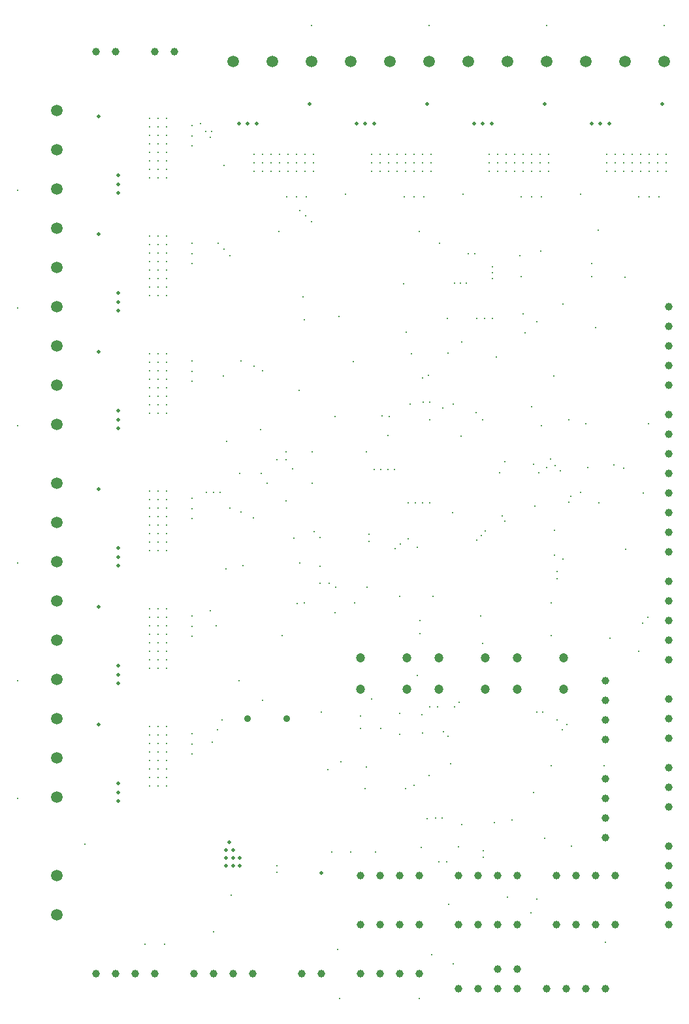
<source format=gbr>
%TF.GenerationSoftware,Altium Limited,Altium Designer,21.2.1 (34)*%
G04 Layer_Color=0*
%FSLAX25Y25*%
%MOIN*%
%TF.SameCoordinates,3D92BD4A-1653-4209-B07E-4AD3ED082CDC*%
%TF.FilePolarity,Positive*%
%TF.FileFunction,Plated,1,2,PTH,Drill*%
%TF.Part,Single*%
G01*
G75*
%TA.AperFunction,ComponentDrill*%
%ADD146C,0.03937*%
%ADD147C,0.05906*%
%ADD148C,0.04724*%
%ADD149C,0.03937*%
%ADD150C,0.05906*%
%ADD151C,0.03543*%
%TA.AperFunction,ViaDrill,NotFilled*%
%ADD152C,0.01181*%
%ADD153C,0.01968*%
D146*
X245000Y45000D02*
D03*
X255000D02*
D03*
X265000D02*
D03*
X235000D02*
D03*
X255000Y22500D02*
D03*
X265000D02*
D03*
X60000Y20000D02*
D03*
X70000D02*
D03*
X80000D02*
D03*
X50000D02*
D03*
X100000Y20000D02*
D03*
X130000D02*
D03*
X120000D02*
D03*
X110000D02*
D03*
X310000Y12500D02*
D03*
X300000D02*
D03*
X290000D02*
D03*
X280000D02*
D03*
X80000Y490000D02*
D03*
X90000D02*
D03*
X50000D02*
D03*
X60000D02*
D03*
X235000Y70000D02*
D03*
X265000D02*
D03*
X255000D02*
D03*
X245000D02*
D03*
X285000D02*
D03*
X315000D02*
D03*
X305000D02*
D03*
X295000D02*
D03*
Y45000D02*
D03*
X305000D02*
D03*
X315000D02*
D03*
X285000D02*
D03*
X235000Y12500D02*
D03*
X245000D02*
D03*
X255000D02*
D03*
X265000D02*
D03*
X185157Y45000D02*
D03*
X215157D02*
D03*
X205157D02*
D03*
X195157D02*
D03*
X155000Y20000D02*
D03*
X165000Y20000D02*
D03*
X195000Y20000D02*
D03*
X205000D02*
D03*
X215000D02*
D03*
X185000D02*
D03*
Y70000D02*
D03*
X215000D02*
D03*
X205000D02*
D03*
X195000D02*
D03*
D147*
X120000Y485000D02*
D03*
X140000D02*
D03*
X160000D02*
D03*
X300000D02*
D03*
X320000D02*
D03*
X340000D02*
D03*
X240000D02*
D03*
X260000D02*
D03*
X280000D02*
D03*
X180000D02*
D03*
X200000D02*
D03*
X220000D02*
D03*
D148*
X185000Y181000D02*
D03*
Y165252D02*
D03*
X208622D02*
D03*
Y181000D02*
D03*
X248622D02*
D03*
Y165252D02*
D03*
X225000D02*
D03*
Y181000D02*
D03*
X265000D02*
D03*
Y165252D02*
D03*
X288622D02*
D03*
Y181000D02*
D03*
D149*
X310000Y139527D02*
D03*
Y169527D02*
D03*
Y159527D02*
D03*
Y149527D02*
D03*
X342500Y245000D02*
D03*
Y265000D02*
D03*
Y275000D02*
D03*
Y285000D02*
D03*
Y295000D02*
D03*
Y305000D02*
D03*
Y255000D02*
D03*
Y235000D02*
D03*
Y140000D02*
D03*
Y150000D02*
D03*
Y160000D02*
D03*
Y105000D02*
D03*
Y115000D02*
D03*
Y125000D02*
D03*
Y320000D02*
D03*
Y360000D02*
D03*
Y350000D02*
D03*
Y340000D02*
D03*
Y330000D02*
D03*
X310000Y99527D02*
D03*
Y109527D02*
D03*
Y119527D02*
D03*
Y89527D02*
D03*
X342500Y190000D02*
D03*
Y200000D02*
D03*
Y210000D02*
D03*
Y220000D02*
D03*
Y180000D02*
D03*
Y45000D02*
D03*
Y85000D02*
D03*
Y75000D02*
D03*
Y65000D02*
D03*
Y55000D02*
D03*
D150*
X30000Y70000D02*
D03*
Y50000D02*
D03*
Y460000D02*
D03*
Y440000D02*
D03*
Y420000D02*
D03*
Y400000D02*
D03*
Y380000D02*
D03*
Y360000D02*
D03*
Y340000D02*
D03*
Y320000D02*
D03*
Y300000D02*
D03*
Y230000D02*
D03*
Y250000D02*
D03*
Y270000D02*
D03*
Y210000D02*
D03*
Y190000D02*
D03*
Y170000D02*
D03*
Y150000D02*
D03*
Y130000D02*
D03*
Y110000D02*
D03*
D151*
X127500Y150000D02*
D03*
X147500D02*
D03*
D152*
X81614Y120039D02*
D03*
Y124370D02*
D03*
Y128701D02*
D03*
Y133031D02*
D03*
Y115709D02*
D03*
X77284D02*
D03*
Y120039D02*
D03*
Y128701D02*
D03*
Y133031D02*
D03*
Y137362D02*
D03*
Y141693D02*
D03*
Y124370D02*
D03*
X85945Y115709D02*
D03*
Y120039D02*
D03*
Y124370D02*
D03*
Y128701D02*
D03*
Y133031D02*
D03*
Y137362D02*
D03*
X81614D02*
D03*
X85945Y141693D02*
D03*
X81614D02*
D03*
X85945Y146024D02*
D03*
X81614D02*
D03*
X77284D02*
D03*
Y206024D02*
D03*
X81614D02*
D03*
X85945D02*
D03*
X81614Y201693D02*
D03*
X85945D02*
D03*
X81614Y197362D02*
D03*
X85945D02*
D03*
Y193032D02*
D03*
Y188701D02*
D03*
Y184370D02*
D03*
Y180039D02*
D03*
Y175709D02*
D03*
X77284Y184370D02*
D03*
Y201693D02*
D03*
Y197362D02*
D03*
Y193032D02*
D03*
Y188701D02*
D03*
Y180039D02*
D03*
Y175709D02*
D03*
X81614D02*
D03*
Y193032D02*
D03*
Y188701D02*
D03*
Y184370D02*
D03*
Y180039D02*
D03*
Y240039D02*
D03*
Y244370D02*
D03*
Y248701D02*
D03*
Y253031D02*
D03*
Y235709D02*
D03*
X77284D02*
D03*
Y240039D02*
D03*
Y248701D02*
D03*
Y253031D02*
D03*
Y257362D02*
D03*
Y261693D02*
D03*
Y244370D02*
D03*
X85945Y235709D02*
D03*
Y240039D02*
D03*
Y244370D02*
D03*
Y248701D02*
D03*
Y253031D02*
D03*
Y257362D02*
D03*
X81614D02*
D03*
X85945Y261693D02*
D03*
X81614D02*
D03*
X85945Y266024D02*
D03*
X81614D02*
D03*
X77284D02*
D03*
Y336024D02*
D03*
X81614D02*
D03*
X85945D02*
D03*
X81614Y331693D02*
D03*
X85945D02*
D03*
X81614Y327362D02*
D03*
X85945D02*
D03*
Y323031D02*
D03*
Y318701D02*
D03*
Y314370D02*
D03*
Y310039D02*
D03*
Y305709D02*
D03*
X77284Y314370D02*
D03*
Y331693D02*
D03*
Y327362D02*
D03*
Y323031D02*
D03*
Y318701D02*
D03*
Y310039D02*
D03*
Y305709D02*
D03*
X81614D02*
D03*
Y323031D02*
D03*
Y318701D02*
D03*
Y314370D02*
D03*
Y310039D02*
D03*
Y370039D02*
D03*
Y374370D02*
D03*
Y378701D02*
D03*
Y383032D02*
D03*
Y365709D02*
D03*
X77284D02*
D03*
Y370039D02*
D03*
Y378701D02*
D03*
Y383032D02*
D03*
Y387362D02*
D03*
Y391693D02*
D03*
Y374370D02*
D03*
X85945Y365709D02*
D03*
Y370039D02*
D03*
Y374370D02*
D03*
Y378701D02*
D03*
Y383032D02*
D03*
Y387362D02*
D03*
X81614D02*
D03*
X85945Y391693D02*
D03*
X81614D02*
D03*
X85945Y396024D02*
D03*
X81614D02*
D03*
X77284D02*
D03*
Y456024D02*
D03*
X81614D02*
D03*
X85945D02*
D03*
X81614Y451693D02*
D03*
X85945D02*
D03*
X81614Y447362D02*
D03*
X85945D02*
D03*
Y443032D02*
D03*
Y438701D02*
D03*
Y434370D02*
D03*
Y430039D02*
D03*
Y425709D02*
D03*
X77284Y434370D02*
D03*
Y451693D02*
D03*
Y447362D02*
D03*
Y443032D02*
D03*
Y438701D02*
D03*
Y430039D02*
D03*
Y425709D02*
D03*
X81614D02*
D03*
Y443032D02*
D03*
Y438701D02*
D03*
Y434370D02*
D03*
Y430039D02*
D03*
X135039Y433386D02*
D03*
X139370D02*
D03*
X143701D02*
D03*
X148031D02*
D03*
X130709D02*
D03*
Y437716D02*
D03*
X135039D02*
D03*
X143701D02*
D03*
X148031D02*
D03*
X152362D02*
D03*
X156693D02*
D03*
X139370D02*
D03*
X130709Y429055D02*
D03*
X135039D02*
D03*
X139370D02*
D03*
X143701D02*
D03*
X148031D02*
D03*
X152362D02*
D03*
Y433386D02*
D03*
X156693Y429055D02*
D03*
Y433386D02*
D03*
X161024Y429055D02*
D03*
Y433386D02*
D03*
Y437716D02*
D03*
X221024D02*
D03*
Y433386D02*
D03*
Y429055D02*
D03*
X216693Y433386D02*
D03*
Y429055D02*
D03*
X212362Y433386D02*
D03*
Y429055D02*
D03*
X208032D02*
D03*
X203701D02*
D03*
X199370D02*
D03*
X195039D02*
D03*
X190709D02*
D03*
X199370Y437716D02*
D03*
X216693D02*
D03*
X212362D02*
D03*
X208032D02*
D03*
X203701D02*
D03*
X195039D02*
D03*
X190709D02*
D03*
Y433386D02*
D03*
X208032D02*
D03*
X203701D02*
D03*
X199370D02*
D03*
X195039D02*
D03*
X255039D02*
D03*
X259370D02*
D03*
X263701D02*
D03*
X268032D02*
D03*
X250709D02*
D03*
Y437716D02*
D03*
X255039D02*
D03*
X263701D02*
D03*
X268032D02*
D03*
X272362D02*
D03*
X276693D02*
D03*
X259370D02*
D03*
X250709Y429055D02*
D03*
X255039D02*
D03*
X259370D02*
D03*
X263701D02*
D03*
X268032D02*
D03*
X272362D02*
D03*
Y433386D02*
D03*
X276693Y429055D02*
D03*
Y433386D02*
D03*
X281024Y429055D02*
D03*
Y433386D02*
D03*
Y437716D02*
D03*
X341024D02*
D03*
Y433386D02*
D03*
Y429055D02*
D03*
X336693Y433386D02*
D03*
Y429055D02*
D03*
X332362Y433386D02*
D03*
Y429055D02*
D03*
X328031D02*
D03*
X323701D02*
D03*
X319370D02*
D03*
X315039D02*
D03*
X310709D02*
D03*
X319370Y437716D02*
D03*
X336693D02*
D03*
X332362D02*
D03*
X328031D02*
D03*
X323701D02*
D03*
X315039D02*
D03*
X310709D02*
D03*
Y433386D02*
D03*
X328031D02*
D03*
X323701D02*
D03*
X319370D02*
D03*
X315039D02*
D03*
X297500Y417500D02*
D03*
X150892Y242221D02*
D03*
X161500Y245512D02*
D03*
X160500Y270000D02*
D03*
X309500Y126000D02*
D03*
X290500Y147000D02*
D03*
X288000Y144500D02*
D03*
X285500Y149500D02*
D03*
X340000Y503500D02*
D03*
X280000D02*
D03*
X220000D02*
D03*
X160000D02*
D03*
X10000Y109500D02*
D03*
Y169500D02*
D03*
Y229500D02*
D03*
Y299500D02*
D03*
Y359500D02*
D03*
Y419500D02*
D03*
X143500Y398500D02*
D03*
X226653Y99519D02*
D03*
X190644Y160006D02*
D03*
X236281Y294126D02*
D03*
X225000Y77000D02*
D03*
X223498Y99502D02*
D03*
X227500Y143500D02*
D03*
X229828Y141039D02*
D03*
X229000Y77000D02*
D03*
X202797Y236820D02*
D03*
X205257Y239307D02*
D03*
X209386Y241669D02*
D03*
X220500Y302500D02*
D03*
X210500Y310500D02*
D03*
X85001Y35000D02*
D03*
X152584Y208961D02*
D03*
X156500Y209000D02*
D03*
X110027Y41602D02*
D03*
X310000Y36000D02*
D03*
X125000Y228000D02*
D03*
X150500Y277500D02*
D03*
X123500Y275000D02*
D03*
X145000Y192500D02*
D03*
X123000Y169500D02*
D03*
X174000Y355000D02*
D03*
X232000Y255000D02*
D03*
X275878Y275537D02*
D03*
X256000Y275500D02*
D03*
X306680Y260143D02*
D03*
X291500Y302500D02*
D03*
X277500Y299500D02*
D03*
X301000Y278000D02*
D03*
X273356Y279776D02*
D03*
X279935Y278162D02*
D03*
X284000Y246000D02*
D03*
Y233500D02*
D03*
X288500Y361500D02*
D03*
X268000Y356500D02*
D03*
X177500Y417500D02*
D03*
X237500D02*
D03*
X160500Y286000D02*
D03*
X199000Y294500D02*
D03*
X227000Y308500D02*
D03*
X165000Y153500D02*
D03*
X185000Y151595D02*
D03*
X216500Y152000D02*
D03*
X231024Y127123D02*
D03*
X292559Y85059D02*
D03*
X236772Y96148D02*
D03*
X230000Y55500D02*
D03*
X272000Y51000D02*
D03*
X260000Y59000D02*
D03*
X208000Y114500D02*
D03*
X187500D02*
D03*
X253500Y97000D02*
D03*
X312500Y191000D02*
D03*
X327000Y184500D02*
D03*
X329093Y198816D02*
D03*
X331772Y201648D02*
D03*
X282500Y209000D02*
D03*
Y192500D02*
D03*
X246500Y202500D02*
D03*
X247500Y188500D02*
D03*
X215500Y200000D02*
D03*
Y193500D02*
D03*
X172510Y217038D02*
D03*
X188500Y217000D02*
D03*
X172000Y204000D02*
D03*
X175138Y128155D02*
D03*
X187963Y125399D02*
D03*
X219956Y121000D02*
D03*
X279000Y89000D02*
D03*
X273500Y112500D02*
D03*
X221500Y29744D02*
D03*
X153548Y317579D02*
D03*
X332017Y300500D02*
D03*
X205000Y212500D02*
D03*
X222000D02*
D03*
X232265Y310475D02*
D03*
X305000Y349500D02*
D03*
X211000Y336000D02*
D03*
X116662Y291619D02*
D03*
X169063Y219201D02*
D03*
X164500Y242500D02*
D03*
X133936Y297500D02*
D03*
X214996Y398500D02*
D03*
X181500Y332000D02*
D03*
X229844Y336343D02*
D03*
X303000Y382000D02*
D03*
Y375500D02*
D03*
X229500Y354000D02*
D03*
X225500Y392500D02*
D03*
X137500Y270000D02*
D03*
X106500Y265500D02*
D03*
X110000D02*
D03*
X113500D02*
D03*
X134500Y275000D02*
D03*
X300000Y300500D02*
D03*
X282000Y282500D02*
D03*
X182000Y209000D02*
D03*
X135000Y159500D02*
D03*
X224500Y156000D02*
D03*
X220500D02*
D03*
X114500Y149500D02*
D03*
X112000Y144500D02*
D03*
X329252Y265255D02*
D03*
X320500Y236500D02*
D03*
X205010Y152946D02*
D03*
X204925Y142075D02*
D03*
X212500Y116000D02*
D03*
X119000Y60000D02*
D03*
X142386Y75031D02*
D03*
X142330Y71830D02*
D03*
X44500Y86000D02*
D03*
X170500Y82000D02*
D03*
X173500Y32500D02*
D03*
X168500Y124000D02*
D03*
X232500Y25000D02*
D03*
X288500Y231500D02*
D03*
X275000Y352500D02*
D03*
X269000Y346862D02*
D03*
X285500Y225000D02*
D03*
X285419Y221382D02*
D03*
X214000Y237500D02*
D03*
X248536Y245714D02*
D03*
X246537Y243395D02*
D03*
X244500Y241000D02*
D03*
X258780Y250885D02*
D03*
X257475Y253616D02*
D03*
X282500Y126000D02*
D03*
X116500Y226500D02*
D03*
X111470Y197453D02*
D03*
X216617Y142661D02*
D03*
X174500Y7500D02*
D03*
X215000D02*
D03*
X275000Y58000D02*
D03*
X262500Y98500D02*
D03*
X247694Y82722D02*
D03*
Y79551D02*
D03*
X235174Y84783D02*
D03*
X216000Y84500D02*
D03*
X192817Y82221D02*
D03*
X180027D02*
D03*
X214000Y172000D02*
D03*
X202500Y277000D02*
D03*
X199000D02*
D03*
X195500D02*
D03*
X192000D02*
D03*
X284466Y279064D02*
D03*
X189500Y240500D02*
D03*
Y244000D02*
D03*
X188000Y286000D02*
D03*
X219000Y99000D02*
D03*
X274000Y258500D02*
D03*
X275000Y153500D02*
D03*
X278000D02*
D03*
X258578Y281257D02*
D03*
X220500Y260000D02*
D03*
X209500D02*
D03*
X216833D02*
D03*
X213167D02*
D03*
X164500Y219201D02*
D03*
Y227862D02*
D03*
X297388Y265500D02*
D03*
X319394Y277766D02*
D03*
X314500Y279606D02*
D03*
X292500Y263500D02*
D03*
X291500Y260341D02*
D03*
X272500Y309000D02*
D03*
X244000Y306000D02*
D03*
X247268Y302603D02*
D03*
X108362Y446500D02*
D03*
X115500Y432000D02*
D03*
X109000Y449500D02*
D03*
X155609Y365299D02*
D03*
X156362Y353500D02*
D03*
X206957Y371830D02*
D03*
X208500Y347000D02*
D03*
X235500Y158500D02*
D03*
X233000Y156000D02*
D03*
X135062Y327562D02*
D03*
X220500Y311500D02*
D03*
X147000Y261000D02*
D03*
X108500Y205000D02*
D03*
X216726Y323774D02*
D03*
X109500Y138000D02*
D03*
X287011Y276489D02*
D03*
X115500Y389500D02*
D03*
X99179Y392352D02*
D03*
X196000Y304500D02*
D03*
X217000Y311500D02*
D03*
X99179Y387234D02*
D03*
X112500Y392500D02*
D03*
X219688Y325188D02*
D03*
X254500Y334500D02*
D03*
X118500Y386000D02*
D03*
Y257500D02*
D03*
X130695Y329790D02*
D03*
X199670Y304170D02*
D03*
X124000Y332500D02*
D03*
X172000Y304000D02*
D03*
X99179Y382116D02*
D03*
X185000Y145000D02*
D03*
X195500D02*
D03*
X75000Y35000D02*
D03*
X154000Y229500D02*
D03*
X320000Y375000D02*
D03*
X337382Y416022D02*
D03*
X332263D02*
D03*
X327145D02*
D03*
X277398Y416105D02*
D03*
X267162D02*
D03*
X272297Y416089D02*
D03*
X207343Y416000D02*
D03*
X212461D02*
D03*
X217500D02*
D03*
X157500D02*
D03*
X152461D02*
D03*
X147343D02*
D03*
X99179Y442116D02*
D03*
Y447234D02*
D03*
Y452352D02*
D03*
X115004Y324833D02*
D03*
X99179Y322116D02*
D03*
Y327234D02*
D03*
Y332352D02*
D03*
Y262352D02*
D03*
Y257234D02*
D03*
Y252116D02*
D03*
Y192116D02*
D03*
Y197234D02*
D03*
Y202352D02*
D03*
Y132116D02*
D03*
Y137234D02*
D03*
Y142352D02*
D03*
X266287Y386000D02*
D03*
X236704Y342204D02*
D03*
X252500Y377500D02*
D03*
Y374500D02*
D03*
X244397Y354309D02*
D03*
X252271D02*
D03*
X248334D02*
D03*
X233000Y372000D02*
D03*
X236000D02*
D03*
X239000D02*
D03*
X154000Y409000D02*
D03*
X157000Y406500D02*
D03*
X160000Y403500D02*
D03*
X306447Y399149D02*
D03*
X252500Y380500D02*
D03*
X283638Y324954D02*
D03*
X277000Y388500D02*
D03*
X267078Y375624D02*
D03*
X243500Y387000D02*
D03*
X240000D02*
D03*
X106000Y449500D02*
D03*
X103500Y453500D02*
D03*
X124000Y255354D02*
D03*
X130500Y252500D02*
D03*
X147000Y286000D02*
D03*
X142500Y282000D02*
D03*
X147000D02*
D03*
D153*
X165000Y71500D02*
D03*
X118000Y87000D02*
D03*
X116500Y83000D02*
D03*
X61500Y112500D02*
D03*
Y172500D02*
D03*
Y232500D02*
D03*
Y302500D02*
D03*
Y362500D02*
D03*
Y422500D02*
D03*
X307500Y453500D02*
D03*
X247500D02*
D03*
X187500D02*
D03*
X192000D02*
D03*
X127500D02*
D03*
X123000D02*
D03*
X120000Y79000D02*
D03*
X116500D02*
D03*
X123500D02*
D03*
X120000Y75000D02*
D03*
X116500Y75000D02*
D03*
X123500D02*
D03*
X120000Y83000D02*
D03*
X51500Y457000D02*
D03*
Y397000D02*
D03*
Y337000D02*
D03*
Y267000D02*
D03*
Y207000D02*
D03*
X61500Y427000D02*
D03*
Y418000D02*
D03*
Y367000D02*
D03*
Y358000D02*
D03*
Y307000D02*
D03*
Y298000D02*
D03*
Y237000D02*
D03*
Y228000D02*
D03*
Y177000D02*
D03*
Y168000D02*
D03*
Y117000D02*
D03*
Y108000D02*
D03*
X183000Y453500D02*
D03*
X243000D02*
D03*
X303000D02*
D03*
X51500Y147000D02*
D03*
X312000Y453500D02*
D03*
X339100Y463613D02*
D03*
X252000Y453500D02*
D03*
X279100Y463613D02*
D03*
X219100D02*
D03*
X159100D02*
D03*
X132000Y453500D02*
D03*
%TF.MD5,7e2715cc399a4588a60e9fe8888700dd*%
M02*

</source>
